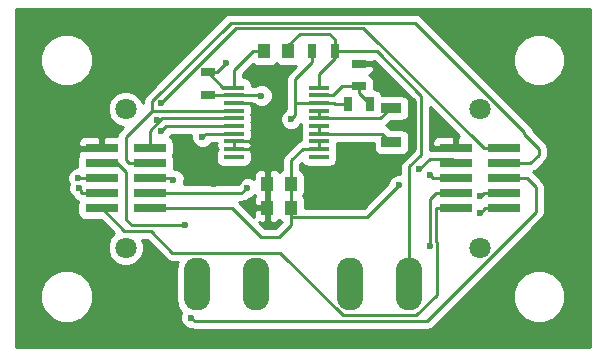
<source format=gbr>
G04 #@! TF.GenerationSoftware,KiCad,Pcbnew,(2017-03-04 revision f18196186)-makepkg*
G04 #@! TF.CreationDate,2017-05-27T01:19:33+02:00*
G04 #@! TF.ProjectId,SPI PT100,5350492050543130302E6B696361645F,1.0*
G04 #@! TF.FileFunction,Copper,L1,Top,Signal*
G04 #@! TF.FilePolarity,Positive*
%FSLAX46Y46*%
G04 Gerber Fmt 4.6, Leading zero omitted, Abs format (unit mm)*
G04 Created by KiCad (PCBNEW (2017-03-04 revision f18196186)-makepkg) date 05/27/17 01:19:33*
%MOMM*%
%LPD*%
G01*
G04 APERTURE LIST*
%ADD10C,0.100000*%
%ADD11O,2.250000X4.500000*%
%ADD12R,1.300000X0.700000*%
%ADD13R,1.750000X0.450000*%
%ADD14C,1.800000*%
%ADD15R,2.795000X0.740000*%
%ADD16R,1.000000X1.250000*%
%ADD17R,0.700000X1.300000*%
%ADD18R,1.700000X0.900000*%
%ADD19C,0.600000*%
%ADD20C,0.250000*%
%ADD21C,0.254000*%
G04 APERTURE END LIST*
D10*
D11*
X29000000Y1000000D03*
X24000000Y1000000D03*
X16000000Y1000000D03*
X11000000Y1000000D03*
D12*
X12000000Y18950000D03*
X12000000Y17050000D03*
D13*
X14150000Y11825000D03*
X14150000Y12475000D03*
X14150000Y13125000D03*
X14150000Y13775000D03*
X14150000Y14425000D03*
X14150000Y15075000D03*
X14150000Y15725000D03*
X14150000Y16375000D03*
X14150000Y17025000D03*
X14150000Y17675000D03*
X21350000Y17675000D03*
X21350000Y17025000D03*
X21350000Y16375000D03*
X21350000Y15725000D03*
X21350000Y15075000D03*
X21350000Y14425000D03*
X21350000Y13775000D03*
X21350000Y13125000D03*
X21350000Y12475000D03*
X21350000Y11825000D03*
D14*
X5000000Y4132500D03*
X5000000Y15867500D03*
D15*
X7032500Y7460000D03*
X2967500Y7460000D03*
X7032500Y8730000D03*
X2967500Y8730000D03*
X7032500Y10000000D03*
X2967500Y10000000D03*
X7032500Y11270000D03*
X2967500Y11270000D03*
X7032500Y12540000D03*
X2967500Y12540000D03*
D16*
X16750000Y20750000D03*
X18750000Y20750000D03*
X19000000Y7500000D03*
X17000000Y7500000D03*
X17000000Y9500000D03*
X19000000Y9500000D03*
D17*
X20800000Y20750000D03*
X22700000Y20750000D03*
D12*
X24750000Y19700000D03*
X24750000Y17800000D03*
D17*
X25700000Y16250000D03*
X23800000Y16250000D03*
D14*
X35000000Y4132500D03*
X35000000Y15867500D03*
D15*
X37032500Y7460000D03*
X32967500Y7460000D03*
X37032500Y8730000D03*
X32967500Y8730000D03*
X37032500Y10000000D03*
X32967500Y10000000D03*
X37032500Y11270000D03*
X32967500Y11270000D03*
X37032500Y12540000D03*
X32967500Y12540000D03*
D18*
X27500000Y15950000D03*
X27500000Y13050000D03*
D19*
X19000000Y15000000D03*
X31400000Y14400000D03*
X27000000Y18500000D03*
X25500000Y8500000D03*
X2000000Y16000000D03*
X12500000Y9500000D03*
X10000000Y10500000D03*
X16500000Y13000000D03*
X15500000Y7500000D03*
X28129000Y9416900D03*
X35000000Y7037900D03*
X13510000Y19750000D03*
X15248100Y9188000D03*
X35000000Y8493800D03*
X30727900Y4275200D03*
X1052700Y9163800D03*
X9047500Y9877500D03*
X10565500Y-1802200D03*
X30750000Y10250000D03*
X1000000Y10000000D03*
X8000000Y14000000D03*
X10000000Y6000000D03*
X11500000Y13500000D03*
X29843900Y10737600D03*
X7968600Y16357000D03*
X7612500Y14949600D03*
X16500000Y17000000D03*
D20*
X24750000Y17200000D02*
X25700000Y16250000D01*
X24750000Y17800000D02*
X24750000Y17200000D01*
X23300000Y17800000D02*
X24750000Y17800000D01*
X22525000Y17025000D02*
X23300000Y17800000D01*
X21350000Y17025000D02*
X22525000Y17025000D01*
X19375000Y15375000D02*
X19375000Y16375000D01*
X19000000Y15000000D02*
X19375000Y15375000D01*
X20800000Y19800000D02*
X20800000Y20750000D01*
X19375000Y18375000D02*
X20800000Y19800000D01*
X19375000Y16375000D02*
X19375000Y18375000D01*
X19375000Y16375000D02*
X21350000Y16375000D01*
X22625000Y16375000D02*
X21350000Y16375000D01*
X22750000Y16250000D02*
X22625000Y16375000D01*
X23800000Y16250000D02*
X22750000Y16250000D01*
X25800000Y19700000D02*
X27000000Y18500000D01*
X24750000Y19700000D02*
X25800000Y19700000D01*
X29500000Y12500000D02*
X25500000Y8500000D01*
X29500000Y16500000D02*
X29500000Y12500000D01*
X27500000Y18500000D02*
X29500000Y16500000D01*
X27000000Y18500000D02*
X27500000Y18500000D01*
X2968000Y15032500D02*
X2000000Y16000000D01*
X2968000Y12540000D02*
X2968000Y15032500D01*
X11000000Y9500000D02*
X10000000Y10500000D01*
X12500000Y9500000D02*
X11000000Y9500000D01*
X14500000Y9500000D02*
X12500000Y9500000D01*
X16500000Y11500000D02*
X14500000Y9500000D01*
X17000000Y7500000D02*
X15500000Y7500000D01*
X14150000Y13125000D02*
X16375000Y13125000D01*
X17000000Y11000000D02*
X16500000Y11500000D01*
X17000000Y9500000D02*
X17000000Y11000000D01*
X15525000Y12475000D02*
X14150000Y12475000D01*
X16500000Y11500000D02*
X15525000Y12475000D01*
X17000000Y7500000D02*
X17000000Y9500000D01*
X14150000Y13125000D02*
X14150000Y12475000D01*
X16375000Y13125000D02*
X16500000Y13000000D01*
X16500000Y13000000D02*
X16500000Y11500000D01*
X16000000Y13500000D02*
X16375000Y13125000D01*
X16000000Y16000000D02*
X16000000Y13500000D01*
X15625000Y16375000D02*
X16000000Y16000000D01*
X14150000Y16375000D02*
X15625000Y16375000D01*
X16375000Y13125000D02*
X16500000Y13000000D01*
X27500000Y15950000D02*
X27450000Y15950000D01*
X27450000Y15950000D02*
X26575000Y15075000D01*
X26575000Y15075000D02*
X21350000Y15075000D01*
X21350000Y15725000D02*
X21350000Y15075000D01*
X27500000Y13050000D02*
X27450000Y13050000D01*
X27450000Y13050000D02*
X26725000Y13775000D01*
X26725000Y13775000D02*
X21350000Y13775000D01*
X21350000Y13775000D02*
X21350000Y14425000D01*
X26250000Y20750000D02*
X22700000Y20750000D01*
X30000000Y17000000D02*
X26250000Y20750000D01*
X30000000Y12000000D02*
X30000000Y17000000D01*
X29000000Y11000000D02*
X30000000Y12000000D01*
X29000000Y1000000D02*
X29000000Y11000000D01*
X22700000Y21800000D02*
X22700000Y20750000D01*
X22250000Y22250000D02*
X22700000Y21800000D01*
X19750000Y22250000D02*
X22250000Y22250000D01*
X18750000Y21250000D02*
X19750000Y22250000D01*
X18750000Y20750000D02*
X18750000Y21250000D01*
X21350000Y18850000D02*
X21350000Y17675000D01*
X22700000Y20200000D02*
X21350000Y18850000D01*
X22700000Y20750000D02*
X22700000Y20200000D01*
X19975000Y12475000D02*
X21350000Y12475000D01*
X19000000Y11500000D02*
X19975000Y12475000D01*
X19000000Y9500000D02*
X19000000Y11500000D01*
X19000000Y7500000D02*
X19000000Y9500000D01*
X21350000Y12475000D02*
X21350000Y13125000D01*
X7032000Y7460000D02*
X7032500Y7460000D01*
X19000000Y6000000D02*
X19000000Y6750000D01*
X18000000Y5000000D02*
X19000000Y6000000D01*
X16500000Y5000000D02*
X18000000Y5000000D01*
X14040000Y7460000D02*
X16500000Y5000000D01*
X7032500Y7460000D02*
X14040000Y7460000D01*
X19000000Y6750000D02*
X19000000Y7500000D01*
X25462100Y6750000D02*
X28129000Y9416900D01*
X19000000Y6750000D02*
X25462100Y6750000D01*
X35309700Y7347600D02*
X35309700Y7460000D01*
X35000000Y7037900D02*
X35309700Y7347600D01*
X37032500Y7460000D02*
X35309700Y7460000D01*
X12710000Y18950000D02*
X12000000Y18950000D01*
X13510000Y19750000D02*
X12710000Y18950000D01*
X13275000Y17675000D02*
X12000000Y18950000D01*
X14150000Y17675000D02*
X13275000Y17675000D01*
X14150000Y19150000D02*
X14150000Y17675000D01*
X15750000Y20750000D02*
X14150000Y19150000D01*
X16750000Y20750000D02*
X15750000Y20750000D01*
X32967500Y7460000D02*
X31244700Y7460000D01*
X31244700Y4642800D02*
X31244700Y7460000D01*
X31353200Y4534300D02*
X31244700Y4642800D01*
X31353200Y136700D02*
X31353200Y4534300D01*
X29615100Y-1601400D02*
X31353200Y136700D01*
X23382600Y-1601400D02*
X29615100Y-1601400D01*
X18087300Y3693900D02*
X23382600Y-1601400D01*
X8960700Y3693900D02*
X18087300Y3693900D01*
X7105000Y5549600D02*
X8960700Y3693900D01*
X4877900Y5549600D02*
X7105000Y5549600D01*
X2967500Y7460000D02*
X4877900Y5549600D01*
X14790100Y8730000D02*
X15248100Y9188000D01*
X7032500Y8730000D02*
X14790100Y8730000D01*
X35073500Y8493800D02*
X35309700Y8730000D01*
X35000000Y8493800D02*
X35073500Y8493800D01*
X37032500Y8730000D02*
X35309700Y8730000D01*
X30727900Y8213200D02*
X30727900Y4275200D01*
X31244700Y8730000D02*
X30727900Y8213200D01*
X1244700Y8971800D02*
X1244700Y8730000D01*
X1052700Y9163800D02*
X1244700Y8971800D01*
X2967500Y8730000D02*
X1244700Y8730000D01*
X32967500Y8730000D02*
X31244700Y8730000D01*
X39755300Y7146300D02*
X39755300Y9244700D01*
X7032500Y10000000D02*
X8755300Y10000000D01*
X9047500Y9877500D02*
X8877800Y9877500D01*
X8877800Y9877500D02*
X8755300Y10000000D01*
X39755300Y7146300D02*
X30532400Y-2076600D01*
X30532400Y-2076600D02*
X10839900Y-2076600D01*
X10839900Y-2076600D02*
X10565500Y-1802200D01*
X39000000Y10000000D02*
X37032500Y10000000D01*
X39755300Y9244700D02*
X39000000Y10000000D01*
X32967500Y10000000D02*
X31000000Y10000000D01*
X31000000Y10000000D02*
X30750000Y10250000D01*
X8425000Y14425000D02*
X8000000Y14000000D01*
X14150000Y14425000D02*
X8425000Y14425000D01*
X1000000Y10000000D02*
X2967500Y10000000D01*
X2967500Y10000000D02*
X2968000Y10000000D01*
X38755300Y13874900D02*
X38755300Y13744700D01*
X38755300Y13874900D02*
X29463400Y23166800D01*
X29463400Y23166800D02*
X13878000Y23166800D01*
X13878000Y23166800D02*
X7225000Y16513800D01*
X7225000Y15725000D02*
X7225000Y16513800D01*
X39270000Y11270000D02*
X37032500Y11270000D01*
X40000000Y12000000D02*
X39270000Y11270000D01*
X40000000Y12500000D02*
X40000000Y12000000D01*
X38755300Y13744700D02*
X40000000Y12500000D01*
X7032000Y11270000D02*
X7032500Y11270000D01*
X5000000Y13500000D02*
X7225000Y15725000D01*
X5000000Y11540000D02*
X5000000Y13500000D01*
X5270000Y11270000D02*
X5000000Y11540000D01*
X7032000Y11270000D02*
X5270000Y11270000D01*
X7225000Y15725000D02*
X14150000Y15725000D01*
X37032500Y11270000D02*
X38755300Y11270000D01*
X11775000Y13775000D02*
X14150000Y13775000D01*
X11500000Y13500000D02*
X11775000Y13775000D01*
X5500000Y6000000D02*
X10000000Y6000000D01*
X5000000Y6500000D02*
X5500000Y6000000D01*
X5000000Y10500000D02*
X5000000Y6500000D01*
X4230000Y11270000D02*
X5000000Y10500000D01*
X2968000Y11270000D02*
X4230000Y11270000D01*
X2968000Y11270000D02*
X2967500Y11270000D01*
X29843900Y10751600D02*
X29843900Y10737600D01*
X30740100Y11647800D02*
X29843900Y10751600D01*
X32589700Y11647800D02*
X30740100Y11647800D01*
X32967500Y11270000D02*
X32589700Y11647800D01*
X7032000Y12540000D02*
X7032000Y13070000D01*
X7032500Y13069500D02*
X7032500Y12540000D01*
X7032000Y13070000D02*
X7032500Y13069500D01*
X7612500Y14949600D02*
X7949600Y14949600D01*
X7032000Y14032000D02*
X7949600Y14949600D01*
X7032000Y13070000D02*
X7032000Y14032000D01*
X8075000Y15075000D02*
X14150000Y15075000D01*
X7949600Y14949600D02*
X8075000Y15075000D01*
X37032500Y12540000D02*
X35309700Y12540000D01*
X7968600Y16380600D02*
X7968600Y16357000D01*
X14304400Y22716400D02*
X7968600Y16380600D01*
X25133300Y22716400D02*
X14304400Y22716400D01*
X35309700Y12540000D02*
X25133300Y22716400D01*
X16475000Y17025000D02*
X14150000Y17025000D01*
X16500000Y17000000D02*
X16475000Y17025000D01*
X14125000Y17050000D02*
X14150000Y17025000D01*
X12000000Y17050000D02*
X14125000Y17050000D01*
D21*
G36*
X44290000Y-4290000D02*
X-4290000Y-4290000D01*
X-4290000Y-442619D01*
X-2235387Y-442619D01*
X-1895845Y-1264372D01*
X-1267679Y-1893636D01*
X-446519Y-2234611D01*
X442619Y-2235387D01*
X1264372Y-1895845D01*
X1893636Y-1267679D01*
X2234611Y-446519D01*
X2235387Y442619D01*
X1895845Y1264372D01*
X1267679Y1893636D01*
X446519Y2234611D01*
X-442619Y2235387D01*
X-1264372Y1895845D01*
X-1893636Y1267679D01*
X-2234611Y446519D01*
X-2235387Y-442619D01*
X-4290000Y-442619D01*
X-4290000Y9814833D01*
X64838Y9814833D01*
X187430Y9518137D01*
X117862Y9350599D01*
X117538Y8978633D01*
X259583Y8634857D01*
X522373Y8371608D01*
X612770Y8334072D01*
X707299Y8192599D01*
X953861Y8027852D01*
X961608Y8026311D01*
X922560Y7830000D01*
X922560Y7090000D01*
X971843Y6842235D01*
X1112191Y6632191D01*
X1322235Y6491843D01*
X1570000Y6442560D01*
X2910138Y6442560D01*
X4024786Y5327912D01*
X3699449Y5003143D01*
X3465267Y4439170D01*
X3464735Y3828509D01*
X3697932Y3264129D01*
X4129357Y2831949D01*
X4693330Y2597767D01*
X5303991Y2597235D01*
X5868371Y2830432D01*
X6300551Y3261857D01*
X6534733Y3825830D01*
X6535265Y4436491D01*
X6389363Y4789600D01*
X6790198Y4789600D01*
X8423299Y3156499D01*
X8669861Y2991752D01*
X8960700Y2933900D01*
X9426663Y2933900D01*
X9373972Y2855043D01*
X9240000Y2181520D01*
X9240000Y-181520D01*
X9373972Y-855043D01*
X9727002Y-1383390D01*
X9630662Y-1615401D01*
X9630338Y-1987367D01*
X9772383Y-2331143D01*
X10035173Y-2594392D01*
X10378701Y-2737038D01*
X10486778Y-2737132D01*
X10549060Y-2778748D01*
X10839900Y-2836600D01*
X30532400Y-2836600D01*
X30823239Y-2778748D01*
X31069801Y-2614001D01*
X33241183Y-442619D01*
X37764613Y-442619D01*
X38104155Y-1264372D01*
X38732321Y-1893636D01*
X39553481Y-2234611D01*
X40442619Y-2235387D01*
X41264372Y-1895845D01*
X41893636Y-1267679D01*
X42234611Y-446519D01*
X42235387Y442619D01*
X41895845Y1264372D01*
X41267679Y1893636D01*
X40446519Y2234611D01*
X39557381Y2235387D01*
X38735628Y1895845D01*
X38106364Y1267679D01*
X37765389Y446519D01*
X37764613Y-442619D01*
X33241183Y-442619D01*
X40292701Y6608899D01*
X40457448Y6855460D01*
X40515300Y7146300D01*
X40515300Y9244700D01*
X40457448Y9535539D01*
X40442568Y9557809D01*
X40292702Y9782101D01*
X39537401Y10537401D01*
X39507659Y10557274D01*
X39560839Y10567852D01*
X39807401Y10732599D01*
X40537401Y11462599D01*
X40702148Y11709161D01*
X40760000Y12000000D01*
X40760000Y12500000D01*
X40702148Y12790839D01*
X40537401Y13037401D01*
X39469462Y14105340D01*
X39457448Y14165739D01*
X39292701Y14412301D01*
X34147621Y19557381D01*
X37764613Y19557381D01*
X38104155Y18735628D01*
X38732321Y18106364D01*
X39553481Y17765389D01*
X40442619Y17764613D01*
X41264372Y18104155D01*
X41893636Y18732321D01*
X42234611Y19553481D01*
X42235387Y20442619D01*
X41895845Y21264372D01*
X41267679Y21893636D01*
X40446519Y22234611D01*
X39557381Y22235387D01*
X38735628Y21895845D01*
X38106364Y21267679D01*
X37765389Y20446519D01*
X37764613Y19557381D01*
X34147621Y19557381D01*
X30000801Y23704201D01*
X29754239Y23868948D01*
X29463400Y23926800D01*
X13878000Y23926800D01*
X13587161Y23868948D01*
X13340599Y23704201D01*
X6687599Y17051201D01*
X6522852Y16804639D01*
X6465000Y16513800D01*
X6465000Y16341545D01*
X6302068Y16735871D01*
X5870643Y17168051D01*
X5306670Y17402233D01*
X4696009Y17402765D01*
X4131629Y17169568D01*
X3699449Y16738143D01*
X3465267Y16174170D01*
X3464735Y15563509D01*
X3697932Y14999129D01*
X4129357Y14566949D01*
X4693330Y14332767D01*
X4757909Y14332711D01*
X4462599Y14037401D01*
X4297852Y13790839D01*
X4248951Y13545000D01*
X3253250Y13545000D01*
X3094500Y13386250D01*
X3094500Y12667000D01*
X3114500Y12667000D01*
X3114500Y12413000D01*
X3094500Y12413000D01*
X3094500Y12393000D01*
X2840500Y12393000D01*
X2840500Y12413000D01*
X1093750Y12413000D01*
X935000Y12254250D01*
X935000Y12043691D01*
X988970Y11913397D01*
X971843Y11887765D01*
X922560Y11640000D01*
X922560Y10935068D01*
X814833Y10935162D01*
X471057Y10793117D01*
X207808Y10530327D01*
X65162Y10186799D01*
X64838Y9814833D01*
X-4290000Y9814833D01*
X-4290000Y13036309D01*
X935000Y13036309D01*
X935000Y12825750D01*
X1093750Y12667000D01*
X2840500Y12667000D01*
X2840500Y13386250D01*
X2681750Y13545000D01*
X1443690Y13545000D01*
X1210301Y13448327D01*
X1031673Y13269698D01*
X935000Y13036309D01*
X-4290000Y13036309D01*
X-4290000Y19557381D01*
X-2235387Y19557381D01*
X-1895845Y18735628D01*
X-1267679Y18106364D01*
X-446519Y17765389D01*
X442619Y17764613D01*
X1264372Y18104155D01*
X1893636Y18732321D01*
X2234611Y19553481D01*
X2235387Y20442619D01*
X1895845Y21264372D01*
X1267679Y21893636D01*
X446519Y22234611D01*
X-442619Y22235387D01*
X-1264372Y21895845D01*
X-1893636Y21267679D01*
X-2234611Y20446519D01*
X-2235387Y19557381D01*
X-4290000Y19557381D01*
X-4290000Y24290000D01*
X44290000Y24290000D01*
X44290000Y-4290000D01*
X44290000Y-4290000D01*
G37*
X44290000Y-4290000D02*
X-4290000Y-4290000D01*
X-4290000Y-442619D01*
X-2235387Y-442619D01*
X-1895845Y-1264372D01*
X-1267679Y-1893636D01*
X-446519Y-2234611D01*
X442619Y-2235387D01*
X1264372Y-1895845D01*
X1893636Y-1267679D01*
X2234611Y-446519D01*
X2235387Y442619D01*
X1895845Y1264372D01*
X1267679Y1893636D01*
X446519Y2234611D01*
X-442619Y2235387D01*
X-1264372Y1895845D01*
X-1893636Y1267679D01*
X-2234611Y446519D01*
X-2235387Y-442619D01*
X-4290000Y-442619D01*
X-4290000Y9814833D01*
X64838Y9814833D01*
X187430Y9518137D01*
X117862Y9350599D01*
X117538Y8978633D01*
X259583Y8634857D01*
X522373Y8371608D01*
X612770Y8334072D01*
X707299Y8192599D01*
X953861Y8027852D01*
X961608Y8026311D01*
X922560Y7830000D01*
X922560Y7090000D01*
X971843Y6842235D01*
X1112191Y6632191D01*
X1322235Y6491843D01*
X1570000Y6442560D01*
X2910138Y6442560D01*
X4024786Y5327912D01*
X3699449Y5003143D01*
X3465267Y4439170D01*
X3464735Y3828509D01*
X3697932Y3264129D01*
X4129357Y2831949D01*
X4693330Y2597767D01*
X5303991Y2597235D01*
X5868371Y2830432D01*
X6300551Y3261857D01*
X6534733Y3825830D01*
X6535265Y4436491D01*
X6389363Y4789600D01*
X6790198Y4789600D01*
X8423299Y3156499D01*
X8669861Y2991752D01*
X8960700Y2933900D01*
X9426663Y2933900D01*
X9373972Y2855043D01*
X9240000Y2181520D01*
X9240000Y-181520D01*
X9373972Y-855043D01*
X9727002Y-1383390D01*
X9630662Y-1615401D01*
X9630338Y-1987367D01*
X9772383Y-2331143D01*
X10035173Y-2594392D01*
X10378701Y-2737038D01*
X10486778Y-2737132D01*
X10549060Y-2778748D01*
X10839900Y-2836600D01*
X30532400Y-2836600D01*
X30823239Y-2778748D01*
X31069801Y-2614001D01*
X33241183Y-442619D01*
X37764613Y-442619D01*
X38104155Y-1264372D01*
X38732321Y-1893636D01*
X39553481Y-2234611D01*
X40442619Y-2235387D01*
X41264372Y-1895845D01*
X41893636Y-1267679D01*
X42234611Y-446519D01*
X42235387Y442619D01*
X41895845Y1264372D01*
X41267679Y1893636D01*
X40446519Y2234611D01*
X39557381Y2235387D01*
X38735628Y1895845D01*
X38106364Y1267679D01*
X37765389Y446519D01*
X37764613Y-442619D01*
X33241183Y-442619D01*
X40292701Y6608899D01*
X40457448Y6855460D01*
X40515300Y7146300D01*
X40515300Y9244700D01*
X40457448Y9535539D01*
X40442568Y9557809D01*
X40292702Y9782101D01*
X39537401Y10537401D01*
X39507659Y10557274D01*
X39560839Y10567852D01*
X39807401Y10732599D01*
X40537401Y11462599D01*
X40702148Y11709161D01*
X40760000Y12000000D01*
X40760000Y12500000D01*
X40702148Y12790839D01*
X40537401Y13037401D01*
X39469462Y14105340D01*
X39457448Y14165739D01*
X39292701Y14412301D01*
X34147621Y19557381D01*
X37764613Y19557381D01*
X38104155Y18735628D01*
X38732321Y18106364D01*
X39553481Y17765389D01*
X40442619Y17764613D01*
X41264372Y18104155D01*
X41893636Y18732321D01*
X42234611Y19553481D01*
X42235387Y20442619D01*
X41895845Y21264372D01*
X41267679Y21893636D01*
X40446519Y22234611D01*
X39557381Y22235387D01*
X38735628Y21895845D01*
X38106364Y21267679D01*
X37765389Y20446519D01*
X37764613Y19557381D01*
X34147621Y19557381D01*
X30000801Y23704201D01*
X29754239Y23868948D01*
X29463400Y23926800D01*
X13878000Y23926800D01*
X13587161Y23868948D01*
X13340599Y23704201D01*
X6687599Y17051201D01*
X6522852Y16804639D01*
X6465000Y16513800D01*
X6465000Y16341545D01*
X6302068Y16735871D01*
X5870643Y17168051D01*
X5306670Y17402233D01*
X4696009Y17402765D01*
X4131629Y17169568D01*
X3699449Y16738143D01*
X3465267Y16174170D01*
X3464735Y15563509D01*
X3697932Y14999129D01*
X4129357Y14566949D01*
X4693330Y14332767D01*
X4757909Y14332711D01*
X4462599Y14037401D01*
X4297852Y13790839D01*
X4248951Y13545000D01*
X3253250Y13545000D01*
X3094500Y13386250D01*
X3094500Y12667000D01*
X3114500Y12667000D01*
X3114500Y12413000D01*
X3094500Y12413000D01*
X3094500Y12393000D01*
X2840500Y12393000D01*
X2840500Y12413000D01*
X1093750Y12413000D01*
X935000Y12254250D01*
X935000Y12043691D01*
X988970Y11913397D01*
X971843Y11887765D01*
X922560Y11640000D01*
X922560Y10935068D01*
X814833Y10935162D01*
X471057Y10793117D01*
X207808Y10530327D01*
X65162Y10186799D01*
X64838Y9814833D01*
X-4290000Y9814833D01*
X-4290000Y13036309D01*
X935000Y13036309D01*
X935000Y12825750D01*
X1093750Y12667000D01*
X2840500Y12667000D01*
X2840500Y13386250D01*
X2681750Y13545000D01*
X1443690Y13545000D01*
X1210301Y13448327D01*
X1031673Y13269698D01*
X935000Y13036309D01*
X-4290000Y13036309D01*
X-4290000Y19557381D01*
X-2235387Y19557381D01*
X-1895845Y18735628D01*
X-1267679Y18106364D01*
X-446519Y17765389D01*
X442619Y17764613D01*
X1264372Y18104155D01*
X1893636Y18732321D01*
X2234611Y19553481D01*
X2235387Y20442619D01*
X1895845Y21264372D01*
X1267679Y21893636D01*
X446519Y22234611D01*
X-442619Y22235387D01*
X-1264372Y21895845D01*
X-1893636Y21267679D01*
X-2234611Y20446519D01*
X-2235387Y19557381D01*
X-4290000Y19557381D01*
X-4290000Y24290000D01*
X44290000Y24290000D01*
X44290000Y-4290000D01*
G36*
X17792191Y19667191D02*
X18002235Y19526843D01*
X18250000Y19477560D01*
X19250000Y19477560D01*
X19440688Y19515490D01*
X18837599Y18912401D01*
X18672852Y18665839D01*
X18615000Y18375000D01*
X18615000Y15852593D01*
X18471057Y15793117D01*
X18207808Y15530327D01*
X18065162Y15186799D01*
X18064838Y14814833D01*
X18206883Y14471057D01*
X18469673Y14207808D01*
X18813201Y14065162D01*
X19185167Y14064838D01*
X19528943Y14206883D01*
X19792192Y14469673D01*
X19827560Y14554848D01*
X19827560Y14200000D01*
X19847451Y14100000D01*
X19827560Y14000000D01*
X19827560Y13550000D01*
X19847451Y13450000D01*
X19827560Y13350000D01*
X19827560Y13205672D01*
X19684160Y13177148D01*
X19437599Y13012401D01*
X18462599Y12037401D01*
X18297852Y11790839D01*
X18240000Y11500000D01*
X18240000Y10714982D01*
X18042191Y10582809D01*
X18001346Y10521680D01*
X17859698Y10663327D01*
X17626309Y10760000D01*
X17285750Y10760000D01*
X17127000Y10601250D01*
X17127000Y9627000D01*
X17147000Y9627000D01*
X17147000Y9373000D01*
X17127000Y9373000D01*
X17127000Y7627000D01*
X17147000Y7627000D01*
X17147000Y7373000D01*
X17127000Y7373000D01*
X17127000Y6398750D01*
X17285750Y6240000D01*
X17626309Y6240000D01*
X17859698Y6336673D01*
X18001346Y6478320D01*
X18042191Y6417191D01*
X18222146Y6296948D01*
X17685198Y5760000D01*
X16814802Y5760000D01*
X16307303Y6267499D01*
X16373691Y6240000D01*
X16714250Y6240000D01*
X16873000Y6398750D01*
X16873000Y7373000D01*
X16023750Y7373000D01*
X15865000Y7214250D01*
X15865000Y6748690D01*
X15892498Y6682304D01*
X14604802Y7970000D01*
X14790100Y7970000D01*
X15080939Y8027852D01*
X15327501Y8192599D01*
X15387780Y8252878D01*
X15433267Y8252838D01*
X15777043Y8394883D01*
X15942950Y8560501D01*
X15961673Y8515301D01*
X15976974Y8500000D01*
X15961673Y8484699D01*
X15865000Y8251310D01*
X15865000Y7785750D01*
X16023750Y7627000D01*
X16873000Y7627000D01*
X16873000Y9373000D01*
X16853000Y9373000D01*
X16853000Y9627000D01*
X16873000Y9627000D01*
X16873000Y10601250D01*
X16714250Y10760000D01*
X16373691Y10760000D01*
X16140302Y10663327D01*
X15961673Y10484699D01*
X15865000Y10251310D01*
X15865000Y9893468D01*
X15778427Y9980192D01*
X15434899Y10122838D01*
X15062933Y10123162D01*
X14719157Y9981117D01*
X14455908Y9718327D01*
X14361098Y9490000D01*
X9898999Y9490000D01*
X9982338Y9690701D01*
X9982662Y10062667D01*
X9840617Y10406443D01*
X9577827Y10669692D01*
X9234299Y10812338D01*
X9060033Y10812490D01*
X9077440Y10900000D01*
X9077440Y11640000D01*
X9028157Y11887765D01*
X9016641Y11905000D01*
X9028157Y11922235D01*
X9077440Y12170000D01*
X9077440Y12910000D01*
X9028157Y13157765D01*
X8887809Y13367809D01*
X8769404Y13446925D01*
X8792192Y13469673D01*
X8873299Y13665000D01*
X10565143Y13665000D01*
X10564838Y13314833D01*
X10706883Y12971057D01*
X10969673Y12707808D01*
X11313201Y12565162D01*
X11685167Y12564838D01*
X12028943Y12706883D01*
X12292192Y12969673D01*
X12311014Y13015000D01*
X12640000Y13015000D01*
X12640000Y12997998D01*
X12711116Y12997998D01*
X12659403Y12873153D01*
X12640000Y12853750D01*
X12640000Y12746250D01*
X12659403Y12726847D01*
X12736673Y12540301D01*
X12797955Y12479020D01*
X12676843Y12297765D01*
X12662647Y12226397D01*
X12640000Y12203750D01*
X12640000Y12123690D01*
X12641498Y12120073D01*
X12627560Y12050000D01*
X12627560Y11600000D01*
X12676843Y11352235D01*
X12817191Y11142191D01*
X13027235Y11001843D01*
X13275000Y10952560D01*
X15025000Y10952560D01*
X15272765Y11001843D01*
X15482809Y11142191D01*
X15623157Y11352235D01*
X15672440Y11600000D01*
X15672440Y12050000D01*
X15658502Y12120073D01*
X15660000Y12123690D01*
X15660000Y12203750D01*
X15637353Y12226397D01*
X15623157Y12297765D01*
X15502045Y12479020D01*
X15563327Y12540301D01*
X15640597Y12726847D01*
X15660000Y12746250D01*
X15660000Y12853750D01*
X15640597Y12873153D01*
X15563327Y13059699D01*
X15502045Y13120980D01*
X15623157Y13302235D01*
X15637353Y13373603D01*
X15660000Y13396250D01*
X15660000Y13476310D01*
X15658502Y13479927D01*
X15672440Y13550000D01*
X15672440Y14000000D01*
X15652549Y14100000D01*
X15672440Y14200000D01*
X15672440Y14650000D01*
X15652549Y14750000D01*
X15672440Y14850000D01*
X15672440Y15300000D01*
X15652549Y15400000D01*
X15672440Y15500000D01*
X15672440Y15950000D01*
X15658502Y16020073D01*
X15660000Y16023690D01*
X15660000Y16103750D01*
X15637353Y16126397D01*
X15623157Y16197765D01*
X15589592Y16247998D01*
X15660000Y16247998D01*
X15660000Y16265000D01*
X15912581Y16265000D01*
X15969673Y16207808D01*
X16313201Y16065162D01*
X16685167Y16064838D01*
X17028943Y16206883D01*
X17292192Y16469673D01*
X17434838Y16813201D01*
X17435162Y17185167D01*
X17293117Y17528943D01*
X17030327Y17792192D01*
X16686799Y17934838D01*
X16314833Y17935162D01*
X15971057Y17793117D01*
X15962926Y17785000D01*
X15672440Y17785000D01*
X15672440Y17900000D01*
X15623157Y18147765D01*
X15482809Y18357809D01*
X15272765Y18498157D01*
X15025000Y18547440D01*
X14910000Y18547440D01*
X14910000Y18835198D01*
X15772084Y19697282D01*
X15792191Y19667191D01*
X16002235Y19526843D01*
X16250000Y19477560D01*
X17250000Y19477560D01*
X17497765Y19526843D01*
X17707809Y19667191D01*
X17750000Y19730334D01*
X17792191Y19667191D01*
X17792191Y19667191D01*
G37*
X17792191Y19667191D02*
X18002235Y19526843D01*
X18250000Y19477560D01*
X19250000Y19477560D01*
X19440688Y19515490D01*
X18837599Y18912401D01*
X18672852Y18665839D01*
X18615000Y18375000D01*
X18615000Y15852593D01*
X18471057Y15793117D01*
X18207808Y15530327D01*
X18065162Y15186799D01*
X18064838Y14814833D01*
X18206883Y14471057D01*
X18469673Y14207808D01*
X18813201Y14065162D01*
X19185167Y14064838D01*
X19528943Y14206883D01*
X19792192Y14469673D01*
X19827560Y14554848D01*
X19827560Y14200000D01*
X19847451Y14100000D01*
X19827560Y14000000D01*
X19827560Y13550000D01*
X19847451Y13450000D01*
X19827560Y13350000D01*
X19827560Y13205672D01*
X19684160Y13177148D01*
X19437599Y13012401D01*
X18462599Y12037401D01*
X18297852Y11790839D01*
X18240000Y11500000D01*
X18240000Y10714982D01*
X18042191Y10582809D01*
X18001346Y10521680D01*
X17859698Y10663327D01*
X17626309Y10760000D01*
X17285750Y10760000D01*
X17127000Y10601250D01*
X17127000Y9627000D01*
X17147000Y9627000D01*
X17147000Y9373000D01*
X17127000Y9373000D01*
X17127000Y7627000D01*
X17147000Y7627000D01*
X17147000Y7373000D01*
X17127000Y7373000D01*
X17127000Y6398750D01*
X17285750Y6240000D01*
X17626309Y6240000D01*
X17859698Y6336673D01*
X18001346Y6478320D01*
X18042191Y6417191D01*
X18222146Y6296948D01*
X17685198Y5760000D01*
X16814802Y5760000D01*
X16307303Y6267499D01*
X16373691Y6240000D01*
X16714250Y6240000D01*
X16873000Y6398750D01*
X16873000Y7373000D01*
X16023750Y7373000D01*
X15865000Y7214250D01*
X15865000Y6748690D01*
X15892498Y6682304D01*
X14604802Y7970000D01*
X14790100Y7970000D01*
X15080939Y8027852D01*
X15327501Y8192599D01*
X15387780Y8252878D01*
X15433267Y8252838D01*
X15777043Y8394883D01*
X15942950Y8560501D01*
X15961673Y8515301D01*
X15976974Y8500000D01*
X15961673Y8484699D01*
X15865000Y8251310D01*
X15865000Y7785750D01*
X16023750Y7627000D01*
X16873000Y7627000D01*
X16873000Y9373000D01*
X16853000Y9373000D01*
X16853000Y9627000D01*
X16873000Y9627000D01*
X16873000Y10601250D01*
X16714250Y10760000D01*
X16373691Y10760000D01*
X16140302Y10663327D01*
X15961673Y10484699D01*
X15865000Y10251310D01*
X15865000Y9893468D01*
X15778427Y9980192D01*
X15434899Y10122838D01*
X15062933Y10123162D01*
X14719157Y9981117D01*
X14455908Y9718327D01*
X14361098Y9490000D01*
X9898999Y9490000D01*
X9982338Y9690701D01*
X9982662Y10062667D01*
X9840617Y10406443D01*
X9577827Y10669692D01*
X9234299Y10812338D01*
X9060033Y10812490D01*
X9077440Y10900000D01*
X9077440Y11640000D01*
X9028157Y11887765D01*
X9016641Y11905000D01*
X9028157Y11922235D01*
X9077440Y12170000D01*
X9077440Y12910000D01*
X9028157Y13157765D01*
X8887809Y13367809D01*
X8769404Y13446925D01*
X8792192Y13469673D01*
X8873299Y13665000D01*
X10565143Y13665000D01*
X10564838Y13314833D01*
X10706883Y12971057D01*
X10969673Y12707808D01*
X11313201Y12565162D01*
X11685167Y12564838D01*
X12028943Y12706883D01*
X12292192Y12969673D01*
X12311014Y13015000D01*
X12640000Y13015000D01*
X12640000Y12997998D01*
X12711116Y12997998D01*
X12659403Y12873153D01*
X12640000Y12853750D01*
X12640000Y12746250D01*
X12659403Y12726847D01*
X12736673Y12540301D01*
X12797955Y12479020D01*
X12676843Y12297765D01*
X12662647Y12226397D01*
X12640000Y12203750D01*
X12640000Y12123690D01*
X12641498Y12120073D01*
X12627560Y12050000D01*
X12627560Y11600000D01*
X12676843Y11352235D01*
X12817191Y11142191D01*
X13027235Y11001843D01*
X13275000Y10952560D01*
X15025000Y10952560D01*
X15272765Y11001843D01*
X15482809Y11142191D01*
X15623157Y11352235D01*
X15672440Y11600000D01*
X15672440Y12050000D01*
X15658502Y12120073D01*
X15660000Y12123690D01*
X15660000Y12203750D01*
X15637353Y12226397D01*
X15623157Y12297765D01*
X15502045Y12479020D01*
X15563327Y12540301D01*
X15640597Y12726847D01*
X15660000Y12746250D01*
X15660000Y12853750D01*
X15640597Y12873153D01*
X15563327Y13059699D01*
X15502045Y13120980D01*
X15623157Y13302235D01*
X15637353Y13373603D01*
X15660000Y13396250D01*
X15660000Y13476310D01*
X15658502Y13479927D01*
X15672440Y13550000D01*
X15672440Y14000000D01*
X15652549Y14100000D01*
X15672440Y14200000D01*
X15672440Y14650000D01*
X15652549Y14750000D01*
X15672440Y14850000D01*
X15672440Y15300000D01*
X15652549Y15400000D01*
X15672440Y15500000D01*
X15672440Y15950000D01*
X15658502Y16020073D01*
X15660000Y16023690D01*
X15660000Y16103750D01*
X15637353Y16126397D01*
X15623157Y16197765D01*
X15589592Y16247998D01*
X15660000Y16247998D01*
X15660000Y16265000D01*
X15912581Y16265000D01*
X15969673Y16207808D01*
X16313201Y16065162D01*
X16685167Y16064838D01*
X17028943Y16206883D01*
X17292192Y16469673D01*
X17434838Y16813201D01*
X17435162Y17185167D01*
X17293117Y17528943D01*
X17030327Y17792192D01*
X16686799Y17934838D01*
X16314833Y17935162D01*
X15971057Y17793117D01*
X15962926Y17785000D01*
X15672440Y17785000D01*
X15672440Y17900000D01*
X15623157Y18147765D01*
X15482809Y18357809D01*
X15272765Y18498157D01*
X15025000Y18547440D01*
X14910000Y18547440D01*
X14910000Y18835198D01*
X15772084Y19697282D01*
X15792191Y19667191D01*
X16002235Y19526843D01*
X16250000Y19477560D01*
X17250000Y19477560D01*
X17497765Y19526843D01*
X17707809Y19667191D01*
X17750000Y19730334D01*
X17792191Y19667191D01*
G36*
X29240000Y16685198D02*
X29240000Y12314802D01*
X28462599Y11537401D01*
X28297852Y11290839D01*
X28240000Y11000000D01*
X28240000Y10351804D01*
X27943833Y10352062D01*
X27600057Y10210017D01*
X27336808Y9947227D01*
X27194162Y9603699D01*
X27194121Y9556823D01*
X25147298Y7510000D01*
X20147440Y7510000D01*
X20147440Y8125000D01*
X20098157Y8372765D01*
X20013141Y8500000D01*
X20098157Y8627235D01*
X20147440Y8875000D01*
X20147440Y10125000D01*
X20098157Y10372765D01*
X19957809Y10582809D01*
X19760000Y10714982D01*
X19760000Y11185198D01*
X19896948Y11322146D01*
X20017191Y11142191D01*
X20227235Y11001843D01*
X20475000Y10952560D01*
X22225000Y10952560D01*
X22472765Y11001843D01*
X22682809Y11142191D01*
X22823157Y11352235D01*
X22872440Y11600000D01*
X22872440Y12050000D01*
X22852549Y12150000D01*
X22872440Y12250000D01*
X22872440Y12700000D01*
X22852549Y12800000D01*
X22872440Y12900000D01*
X22872440Y13015000D01*
X26002560Y13015000D01*
X26002560Y12600000D01*
X26051843Y12352235D01*
X26192191Y12142191D01*
X26402235Y12001843D01*
X26650000Y11952560D01*
X28350000Y11952560D01*
X28597765Y12001843D01*
X28807809Y12142191D01*
X28948157Y12352235D01*
X28997440Y12600000D01*
X28997440Y13500000D01*
X28948157Y13747765D01*
X28807809Y13957809D01*
X28597765Y14098157D01*
X28350000Y14147440D01*
X27427362Y14147440D01*
X27262401Y14312401D01*
X27018884Y14475113D01*
X27112401Y14537599D01*
X27427362Y14852560D01*
X28350000Y14852560D01*
X28597765Y14901843D01*
X28807809Y15042191D01*
X28948157Y15252235D01*
X28997440Y15500000D01*
X28997440Y16400000D01*
X28948157Y16647765D01*
X28807809Y16857809D01*
X28597765Y16998157D01*
X28350000Y17047440D01*
X26668113Y17047440D01*
X26648157Y17147765D01*
X26507809Y17357809D01*
X26297765Y17498157D01*
X26050000Y17547440D01*
X26047440Y17547440D01*
X26047440Y18150000D01*
X25998157Y18397765D01*
X25857809Y18607809D01*
X25647765Y18748157D01*
X25619791Y18753721D01*
X25759699Y18811673D01*
X25938327Y18990302D01*
X26035000Y19223691D01*
X26035000Y19414250D01*
X25876250Y19573000D01*
X24877000Y19573000D01*
X24877000Y19553000D01*
X24623000Y19553000D01*
X24623000Y19573000D01*
X24603000Y19573000D01*
X24603000Y19827000D01*
X24623000Y19827000D01*
X24623000Y19847000D01*
X24877000Y19847000D01*
X24877000Y19827000D01*
X25876250Y19827000D01*
X25987224Y19937974D01*
X29240000Y16685198D01*
X29240000Y16685198D01*
G37*
X29240000Y16685198D02*
X29240000Y12314802D01*
X28462599Y11537401D01*
X28297852Y11290839D01*
X28240000Y11000000D01*
X28240000Y10351804D01*
X27943833Y10352062D01*
X27600057Y10210017D01*
X27336808Y9947227D01*
X27194162Y9603699D01*
X27194121Y9556823D01*
X25147298Y7510000D01*
X20147440Y7510000D01*
X20147440Y8125000D01*
X20098157Y8372765D01*
X20013141Y8500000D01*
X20098157Y8627235D01*
X20147440Y8875000D01*
X20147440Y10125000D01*
X20098157Y10372765D01*
X19957809Y10582809D01*
X19760000Y10714982D01*
X19760000Y11185198D01*
X19896948Y11322146D01*
X20017191Y11142191D01*
X20227235Y11001843D01*
X20475000Y10952560D01*
X22225000Y10952560D01*
X22472765Y11001843D01*
X22682809Y11142191D01*
X22823157Y11352235D01*
X22872440Y11600000D01*
X22872440Y12050000D01*
X22852549Y12150000D01*
X22872440Y12250000D01*
X22872440Y12700000D01*
X22852549Y12800000D01*
X22872440Y12900000D01*
X22872440Y13015000D01*
X26002560Y13015000D01*
X26002560Y12600000D01*
X26051843Y12352235D01*
X26192191Y12142191D01*
X26402235Y12001843D01*
X26650000Y11952560D01*
X28350000Y11952560D01*
X28597765Y12001843D01*
X28807809Y12142191D01*
X28948157Y12352235D01*
X28997440Y12600000D01*
X28997440Y13500000D01*
X28948157Y13747765D01*
X28807809Y13957809D01*
X28597765Y14098157D01*
X28350000Y14147440D01*
X27427362Y14147440D01*
X27262401Y14312401D01*
X27018884Y14475113D01*
X27112401Y14537599D01*
X27427362Y14852560D01*
X28350000Y14852560D01*
X28597765Y14901843D01*
X28807809Y15042191D01*
X28948157Y15252235D01*
X28997440Y15500000D01*
X28997440Y16400000D01*
X28948157Y16647765D01*
X28807809Y16857809D01*
X28597765Y16998157D01*
X28350000Y17047440D01*
X26668113Y17047440D01*
X26648157Y17147765D01*
X26507809Y17357809D01*
X26297765Y17498157D01*
X26050000Y17547440D01*
X26047440Y17547440D01*
X26047440Y18150000D01*
X25998157Y18397765D01*
X25857809Y18607809D01*
X25647765Y18748157D01*
X25619791Y18753721D01*
X25759699Y18811673D01*
X25938327Y18990302D01*
X26035000Y19223691D01*
X26035000Y19414250D01*
X25876250Y19573000D01*
X24877000Y19573000D01*
X24877000Y19553000D01*
X24623000Y19553000D01*
X24623000Y19573000D01*
X24603000Y19573000D01*
X24603000Y19827000D01*
X24623000Y19827000D01*
X24623000Y19847000D01*
X24877000Y19847000D01*
X24877000Y19827000D01*
X25876250Y19827000D01*
X25987224Y19937974D01*
X29240000Y16685198D01*
G36*
X33241574Y13533324D02*
X33094500Y13386250D01*
X33094500Y12667000D01*
X33114500Y12667000D01*
X33114500Y12413000D01*
X33094500Y12413000D01*
X33094500Y12393000D01*
X32840500Y12393000D01*
X32840500Y12413000D01*
X31093750Y12413000D01*
X31088550Y12407800D01*
X30760000Y12407800D01*
X30760000Y13036309D01*
X30935000Y13036309D01*
X30935000Y12825750D01*
X31093750Y12667000D01*
X32840500Y12667000D01*
X32840500Y13386250D01*
X32681750Y13545000D01*
X31443690Y13545000D01*
X31210301Y13448327D01*
X31031673Y13269698D01*
X30935000Y13036309D01*
X30760000Y13036309D01*
X30760000Y16014898D01*
X33241574Y13533324D01*
X33241574Y13533324D01*
G37*
X33241574Y13533324D02*
X33094500Y13386250D01*
X33094500Y12667000D01*
X33114500Y12667000D01*
X33114500Y12413000D01*
X33094500Y12413000D01*
X33094500Y12393000D01*
X32840500Y12393000D01*
X32840500Y12413000D01*
X31093750Y12413000D01*
X31088550Y12407800D01*
X30760000Y12407800D01*
X30760000Y13036309D01*
X30935000Y13036309D01*
X30935000Y12825750D01*
X31093750Y12667000D01*
X32840500Y12667000D01*
X32840500Y13386250D01*
X32681750Y13545000D01*
X31443690Y13545000D01*
X31210301Y13448327D01*
X31031673Y13269698D01*
X30935000Y13036309D01*
X30760000Y13036309D01*
X30760000Y16014898D01*
X33241574Y13533324D01*
M02*

</source>
